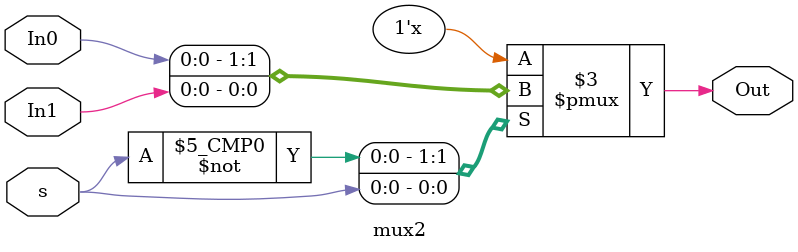
<source format=v>
`timescale 1ns / 1ps


module mux2(Out,In0,In1,s);
output Out;
input In0;
input In1;
input s;
reg Out=1'b0;
always @ (In0 or In1 or s)begin
    case(s)
    1'b0: Out=In0;
    1'b1: Out=In1;
    default Out=1'b0;
    endcase
end
endmodule

</source>
